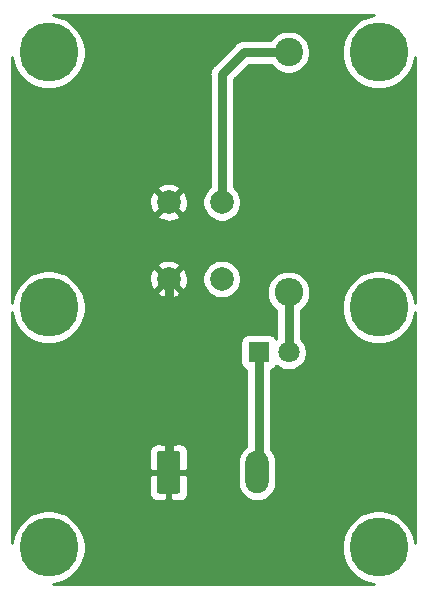
<source format=gbr>
G04 #@! TF.GenerationSoftware,KiCad,Pcbnew,5.1.1-8be2ce7~80~ubuntu18.04.1*
G04 #@! TF.CreationDate,2019-04-20T17:41:40+02:00*
G04 #@! TF.ProjectId,EH19,45483139-2e6b-4696-9361-645f70636258,rev?*
G04 #@! TF.SameCoordinates,Original*
G04 #@! TF.FileFunction,Copper,L2,Bot*
G04 #@! TF.FilePolarity,Positive*
%FSLAX46Y46*%
G04 Gerber Fmt 4.6, Leading zero omitted, Abs format (unit mm)*
G04 Created by KiCad (PCBNEW 5.1.1-8be2ce7~80~ubuntu18.04.1) date 2019-04-20 17:41:40*
%MOMM*%
%LPD*%
G04 APERTURE LIST*
%ADD10C,5.000000*%
%ADD11C,2.000000*%
%ADD12O,2.400000X2.400000*%
%ADD13C,2.400000*%
%ADD14O,2.000000X3.600000*%
%ADD15C,0.100000*%
%ADD16C,1.800000*%
%ADD17R,1.800000X1.800000*%
%ADD18C,0.800000*%
%ADD19C,0.254000*%
G04 APERTURE END LIST*
D10*
X135890000Y-90170000D03*
X163830000Y-90170000D03*
X135890000Y-68580000D03*
X163830000Y-68580000D03*
X163830000Y-110490000D03*
X135890000Y-110490000D03*
D11*
X146050000Y-81280000D03*
X150550000Y-81280000D03*
X146050000Y-87780000D03*
X150550000Y-87780000D03*
D12*
X156210000Y-88900000D03*
D13*
X156210000Y-68580000D03*
D14*
X153550000Y-104140000D03*
D15*
G36*
X146824504Y-102341204D02*
G01*
X146848773Y-102344804D01*
X146872571Y-102350765D01*
X146895671Y-102359030D01*
X146917849Y-102369520D01*
X146938893Y-102382133D01*
X146958598Y-102396747D01*
X146976777Y-102413223D01*
X146993253Y-102431402D01*
X147007867Y-102451107D01*
X147020480Y-102472151D01*
X147030970Y-102494329D01*
X147039235Y-102517429D01*
X147045196Y-102541227D01*
X147048796Y-102565496D01*
X147050000Y-102590000D01*
X147050000Y-105690000D01*
X147048796Y-105714504D01*
X147045196Y-105738773D01*
X147039235Y-105762571D01*
X147030970Y-105785671D01*
X147020480Y-105807849D01*
X147007867Y-105828893D01*
X146993253Y-105848598D01*
X146976777Y-105866777D01*
X146958598Y-105883253D01*
X146938893Y-105897867D01*
X146917849Y-105910480D01*
X146895671Y-105920970D01*
X146872571Y-105929235D01*
X146848773Y-105935196D01*
X146824504Y-105938796D01*
X146800000Y-105940000D01*
X145300000Y-105940000D01*
X145275496Y-105938796D01*
X145251227Y-105935196D01*
X145227429Y-105929235D01*
X145204329Y-105920970D01*
X145182151Y-105910480D01*
X145161107Y-105897867D01*
X145141402Y-105883253D01*
X145123223Y-105866777D01*
X145106747Y-105848598D01*
X145092133Y-105828893D01*
X145079520Y-105807849D01*
X145069030Y-105785671D01*
X145060765Y-105762571D01*
X145054804Y-105738773D01*
X145051204Y-105714504D01*
X145050000Y-105690000D01*
X145050000Y-102590000D01*
X145051204Y-102565496D01*
X145054804Y-102541227D01*
X145060765Y-102517429D01*
X145069030Y-102494329D01*
X145079520Y-102472151D01*
X145092133Y-102451107D01*
X145106747Y-102431402D01*
X145123223Y-102413223D01*
X145141402Y-102396747D01*
X145161107Y-102382133D01*
X145182151Y-102369520D01*
X145204329Y-102359030D01*
X145227429Y-102350765D01*
X145251227Y-102344804D01*
X145275496Y-102341204D01*
X145300000Y-102340000D01*
X146800000Y-102340000D01*
X146824504Y-102341204D01*
X146824504Y-102341204D01*
G37*
D11*
X146050000Y-104140000D03*
D16*
X156210000Y-93980000D03*
D17*
X153670000Y-93980000D03*
D18*
X156210000Y-88900000D02*
X156210000Y-93980000D01*
X153670000Y-104020000D02*
X153550000Y-104140000D01*
X153670000Y-93980000D02*
X153670000Y-104020000D01*
X146050000Y-87780000D02*
X146050000Y-104140000D01*
X150550000Y-81280000D02*
X150550000Y-70430000D01*
X150550000Y-70430000D02*
X152400000Y-68580000D01*
X152400000Y-68580000D02*
X156210000Y-68580000D01*
D19*
G36*
X162915554Y-65565476D02*
G01*
X162345021Y-65801799D01*
X161831554Y-66144886D01*
X161394886Y-66581554D01*
X161051799Y-67095021D01*
X160815476Y-67665554D01*
X160695000Y-68271229D01*
X160695000Y-68888771D01*
X160815476Y-69494446D01*
X161051799Y-70064979D01*
X161394886Y-70578446D01*
X161831554Y-71015114D01*
X162345021Y-71358201D01*
X162915554Y-71594524D01*
X163521229Y-71715000D01*
X164138771Y-71715000D01*
X164744446Y-71594524D01*
X165314979Y-71358201D01*
X165828446Y-71015114D01*
X166265114Y-70578446D01*
X166608201Y-70064979D01*
X166844524Y-69494446D01*
X166955000Y-68939044D01*
X166955001Y-89810956D01*
X166844524Y-89255554D01*
X166608201Y-88685021D01*
X166265114Y-88171554D01*
X165828446Y-87734886D01*
X165314979Y-87391799D01*
X164744446Y-87155476D01*
X164138771Y-87035000D01*
X163521229Y-87035000D01*
X162915554Y-87155476D01*
X162345021Y-87391799D01*
X161831554Y-87734886D01*
X161394886Y-88171554D01*
X161051799Y-88685021D01*
X160815476Y-89255554D01*
X160695000Y-89861229D01*
X160695000Y-90478771D01*
X160815476Y-91084446D01*
X161051799Y-91654979D01*
X161394886Y-92168446D01*
X161831554Y-92605114D01*
X162345021Y-92948201D01*
X162915554Y-93184524D01*
X163521229Y-93305000D01*
X164138771Y-93305000D01*
X164744446Y-93184524D01*
X165314979Y-92948201D01*
X165828446Y-92605114D01*
X166265114Y-92168446D01*
X166608201Y-91654979D01*
X166844524Y-91084446D01*
X166955001Y-90529044D01*
X166955001Y-110130960D01*
X166844524Y-109575554D01*
X166608201Y-109005021D01*
X166265114Y-108491554D01*
X165828446Y-108054886D01*
X165314979Y-107711799D01*
X164744446Y-107475476D01*
X164138771Y-107355000D01*
X163521229Y-107355000D01*
X162915554Y-107475476D01*
X162345021Y-107711799D01*
X161831554Y-108054886D01*
X161394886Y-108491554D01*
X161051799Y-109005021D01*
X160815476Y-109575554D01*
X160695000Y-110181229D01*
X160695000Y-110798771D01*
X160815476Y-111404446D01*
X161051799Y-111974979D01*
X161394886Y-112488446D01*
X161831554Y-112925114D01*
X162345021Y-113268201D01*
X162915554Y-113504524D01*
X163470956Y-113615000D01*
X136249044Y-113615000D01*
X136804446Y-113504524D01*
X137374979Y-113268201D01*
X137888446Y-112925114D01*
X138325114Y-112488446D01*
X138668201Y-111974979D01*
X138904524Y-111404446D01*
X139025000Y-110798771D01*
X139025000Y-110181229D01*
X138904524Y-109575554D01*
X138668201Y-109005021D01*
X138325114Y-108491554D01*
X137888446Y-108054886D01*
X137374979Y-107711799D01*
X136804446Y-107475476D01*
X136198771Y-107355000D01*
X135581229Y-107355000D01*
X134975554Y-107475476D01*
X134405021Y-107711799D01*
X133891554Y-108054886D01*
X133454886Y-108491554D01*
X133111799Y-109005021D01*
X132875476Y-109575554D01*
X132765000Y-110130956D01*
X132765000Y-105940000D01*
X144411928Y-105940000D01*
X144424188Y-106064482D01*
X144460498Y-106184180D01*
X144519463Y-106294494D01*
X144598815Y-106391185D01*
X144695506Y-106470537D01*
X144805820Y-106529502D01*
X144925518Y-106565812D01*
X145050000Y-106578072D01*
X145764250Y-106575000D01*
X145923000Y-106416250D01*
X145923000Y-104267000D01*
X146177000Y-104267000D01*
X146177000Y-106416250D01*
X146335750Y-106575000D01*
X147050000Y-106578072D01*
X147174482Y-106565812D01*
X147294180Y-106529502D01*
X147404494Y-106470537D01*
X147501185Y-106391185D01*
X147580537Y-106294494D01*
X147639502Y-106184180D01*
X147675812Y-106064482D01*
X147688072Y-105940000D01*
X147685000Y-104425750D01*
X147526250Y-104267000D01*
X146177000Y-104267000D01*
X145923000Y-104267000D01*
X144573750Y-104267000D01*
X144415000Y-104425750D01*
X144411928Y-105940000D01*
X132765000Y-105940000D01*
X132765000Y-102340000D01*
X144411928Y-102340000D01*
X144415000Y-103854250D01*
X144573750Y-104013000D01*
X145923000Y-104013000D01*
X145923000Y-101863750D01*
X146177000Y-101863750D01*
X146177000Y-104013000D01*
X147526250Y-104013000D01*
X147685000Y-103854250D01*
X147686206Y-103259679D01*
X151915000Y-103259679D01*
X151915000Y-105020322D01*
X151938658Y-105260516D01*
X152032149Y-105568715D01*
X152183970Y-105852752D01*
X152388287Y-106101714D01*
X152637249Y-106306031D01*
X152921286Y-106457852D01*
X153229485Y-106551343D01*
X153550000Y-106582911D01*
X153870516Y-106551343D01*
X154178715Y-106457852D01*
X154462752Y-106306031D01*
X154711714Y-106101714D01*
X154916031Y-105852752D01*
X155067852Y-105568715D01*
X155161343Y-105260516D01*
X155185000Y-105020322D01*
X155185000Y-103259678D01*
X155161343Y-103019484D01*
X155067852Y-102711285D01*
X154916031Y-102427248D01*
X154711714Y-102178286D01*
X154705000Y-102172776D01*
X154705000Y-95502621D01*
X154814180Y-95469502D01*
X154924494Y-95410537D01*
X155021185Y-95331185D01*
X155100537Y-95234494D01*
X155159502Y-95124180D01*
X155165056Y-95105873D01*
X155231495Y-95172312D01*
X155482905Y-95340299D01*
X155762257Y-95456011D01*
X156058816Y-95515000D01*
X156361184Y-95515000D01*
X156657743Y-95456011D01*
X156937095Y-95340299D01*
X157188505Y-95172312D01*
X157402312Y-94958505D01*
X157570299Y-94707095D01*
X157686011Y-94427743D01*
X157745000Y-94131184D01*
X157745000Y-93828816D01*
X157686011Y-93532257D01*
X157570299Y-93252905D01*
X157402312Y-93001495D01*
X157245000Y-92844183D01*
X157245000Y-90424433D01*
X157513819Y-90203819D01*
X157743129Y-89924404D01*
X157913521Y-89605622D01*
X158018448Y-89259723D01*
X158053878Y-88900000D01*
X158018448Y-88540277D01*
X157913521Y-88194378D01*
X157743129Y-87875596D01*
X157513819Y-87596181D01*
X157234404Y-87366871D01*
X156915622Y-87196479D01*
X156569723Y-87091552D01*
X156300139Y-87065000D01*
X156119861Y-87065000D01*
X155850277Y-87091552D01*
X155504378Y-87196479D01*
X155185596Y-87366871D01*
X154906181Y-87596181D01*
X154676871Y-87875596D01*
X154506479Y-88194378D01*
X154401552Y-88540277D01*
X154366122Y-88900000D01*
X154401552Y-89259723D01*
X154506479Y-89605622D01*
X154676871Y-89924404D01*
X154906181Y-90203819D01*
X155175000Y-90424433D01*
X155175001Y-92844182D01*
X155165056Y-92854127D01*
X155159502Y-92835820D01*
X155100537Y-92725506D01*
X155021185Y-92628815D01*
X154924494Y-92549463D01*
X154814180Y-92490498D01*
X154694482Y-92454188D01*
X154570000Y-92441928D01*
X152770000Y-92441928D01*
X152645518Y-92454188D01*
X152525820Y-92490498D01*
X152415506Y-92549463D01*
X152318815Y-92628815D01*
X152239463Y-92725506D01*
X152180498Y-92835820D01*
X152144188Y-92955518D01*
X152131928Y-93080000D01*
X152131928Y-94880000D01*
X152144188Y-95004482D01*
X152180498Y-95124180D01*
X152239463Y-95234494D01*
X152318815Y-95331185D01*
X152415506Y-95410537D01*
X152525820Y-95469502D01*
X152635000Y-95502621D01*
X152635001Y-101975813D01*
X152388286Y-102178286D01*
X152183969Y-102427249D01*
X152032148Y-102711286D01*
X151938657Y-103019485D01*
X151915000Y-103259679D01*
X147686206Y-103259679D01*
X147688072Y-102340000D01*
X147675812Y-102215518D01*
X147639502Y-102095820D01*
X147580537Y-101985506D01*
X147501185Y-101888815D01*
X147404494Y-101809463D01*
X147294180Y-101750498D01*
X147174482Y-101714188D01*
X147050000Y-101701928D01*
X146335750Y-101705000D01*
X146177000Y-101863750D01*
X145923000Y-101863750D01*
X145764250Y-101705000D01*
X145050000Y-101701928D01*
X144925518Y-101714188D01*
X144805820Y-101750498D01*
X144695506Y-101809463D01*
X144598815Y-101888815D01*
X144519463Y-101985506D01*
X144460498Y-102095820D01*
X144424188Y-102215518D01*
X144411928Y-102340000D01*
X132765000Y-102340000D01*
X132765000Y-90529044D01*
X132875476Y-91084446D01*
X133111799Y-91654979D01*
X133454886Y-92168446D01*
X133891554Y-92605114D01*
X134405021Y-92948201D01*
X134975554Y-93184524D01*
X135581229Y-93305000D01*
X136198771Y-93305000D01*
X136804446Y-93184524D01*
X137374979Y-92948201D01*
X137888446Y-92605114D01*
X138325114Y-92168446D01*
X138668201Y-91654979D01*
X138904524Y-91084446D01*
X139025000Y-90478771D01*
X139025000Y-89861229D01*
X138904524Y-89255554D01*
X138763633Y-88915413D01*
X145094192Y-88915413D01*
X145189956Y-89179814D01*
X145479571Y-89320704D01*
X145791108Y-89402384D01*
X146112595Y-89421718D01*
X146431675Y-89377961D01*
X146736088Y-89272795D01*
X146910044Y-89179814D01*
X147005808Y-88915413D01*
X146050000Y-87959605D01*
X145094192Y-88915413D01*
X138763633Y-88915413D01*
X138668201Y-88685021D01*
X138325114Y-88171554D01*
X137996155Y-87842595D01*
X144408282Y-87842595D01*
X144452039Y-88161675D01*
X144557205Y-88466088D01*
X144650186Y-88640044D01*
X144914587Y-88735808D01*
X145870395Y-87780000D01*
X146229605Y-87780000D01*
X147185413Y-88735808D01*
X147449814Y-88640044D01*
X147590704Y-88350429D01*
X147672384Y-88038892D01*
X147691718Y-87717405D01*
X147678219Y-87618967D01*
X148915000Y-87618967D01*
X148915000Y-87941033D01*
X148977832Y-88256912D01*
X149101082Y-88554463D01*
X149280013Y-88822252D01*
X149507748Y-89049987D01*
X149775537Y-89228918D01*
X150073088Y-89352168D01*
X150388967Y-89415000D01*
X150711033Y-89415000D01*
X151026912Y-89352168D01*
X151324463Y-89228918D01*
X151592252Y-89049987D01*
X151819987Y-88822252D01*
X151998918Y-88554463D01*
X152122168Y-88256912D01*
X152185000Y-87941033D01*
X152185000Y-87618967D01*
X152122168Y-87303088D01*
X151998918Y-87005537D01*
X151819987Y-86737748D01*
X151592252Y-86510013D01*
X151324463Y-86331082D01*
X151026912Y-86207832D01*
X150711033Y-86145000D01*
X150388967Y-86145000D01*
X150073088Y-86207832D01*
X149775537Y-86331082D01*
X149507748Y-86510013D01*
X149280013Y-86737748D01*
X149101082Y-87005537D01*
X148977832Y-87303088D01*
X148915000Y-87618967D01*
X147678219Y-87618967D01*
X147647961Y-87398325D01*
X147542795Y-87093912D01*
X147449814Y-86919956D01*
X147185413Y-86824192D01*
X146229605Y-87780000D01*
X145870395Y-87780000D01*
X144914587Y-86824192D01*
X144650186Y-86919956D01*
X144509296Y-87209571D01*
X144427616Y-87521108D01*
X144408282Y-87842595D01*
X137996155Y-87842595D01*
X137888446Y-87734886D01*
X137374979Y-87391799D01*
X136804446Y-87155476D01*
X136198771Y-87035000D01*
X135581229Y-87035000D01*
X134975554Y-87155476D01*
X134405021Y-87391799D01*
X133891554Y-87734886D01*
X133454886Y-88171554D01*
X133111799Y-88685021D01*
X132875476Y-89255554D01*
X132765000Y-89810956D01*
X132765000Y-86644587D01*
X145094192Y-86644587D01*
X146050000Y-87600395D01*
X147005808Y-86644587D01*
X146910044Y-86380186D01*
X146620429Y-86239296D01*
X146308892Y-86157616D01*
X145987405Y-86138282D01*
X145668325Y-86182039D01*
X145363912Y-86287205D01*
X145189956Y-86380186D01*
X145094192Y-86644587D01*
X132765000Y-86644587D01*
X132765000Y-82415413D01*
X145094192Y-82415413D01*
X145189956Y-82679814D01*
X145479571Y-82820704D01*
X145791108Y-82902384D01*
X146112595Y-82921718D01*
X146431675Y-82877961D01*
X146736088Y-82772795D01*
X146910044Y-82679814D01*
X147005808Y-82415413D01*
X146050000Y-81459605D01*
X145094192Y-82415413D01*
X132765000Y-82415413D01*
X132765000Y-81342595D01*
X144408282Y-81342595D01*
X144452039Y-81661675D01*
X144557205Y-81966088D01*
X144650186Y-82140044D01*
X144914587Y-82235808D01*
X145870395Y-81280000D01*
X146229605Y-81280000D01*
X147185413Y-82235808D01*
X147449814Y-82140044D01*
X147590704Y-81850429D01*
X147672384Y-81538892D01*
X147691718Y-81217405D01*
X147678219Y-81118967D01*
X148915000Y-81118967D01*
X148915000Y-81441033D01*
X148977832Y-81756912D01*
X149101082Y-82054463D01*
X149280013Y-82322252D01*
X149507748Y-82549987D01*
X149775537Y-82728918D01*
X150073088Y-82852168D01*
X150388967Y-82915000D01*
X150711033Y-82915000D01*
X151026912Y-82852168D01*
X151324463Y-82728918D01*
X151592252Y-82549987D01*
X151819987Y-82322252D01*
X151998918Y-82054463D01*
X152122168Y-81756912D01*
X152185000Y-81441033D01*
X152185000Y-81118967D01*
X152122168Y-80803088D01*
X151998918Y-80505537D01*
X151819987Y-80237748D01*
X151592252Y-80010013D01*
X151585000Y-80005167D01*
X151585000Y-70858710D01*
X152828711Y-69615000D01*
X154694629Y-69615000D01*
X154784662Y-69749744D01*
X155040256Y-70005338D01*
X155340801Y-70206156D01*
X155674750Y-70344482D01*
X156029268Y-70415000D01*
X156390732Y-70415000D01*
X156745250Y-70344482D01*
X157079199Y-70206156D01*
X157379744Y-70005338D01*
X157635338Y-69749744D01*
X157836156Y-69449199D01*
X157974482Y-69115250D01*
X158045000Y-68760732D01*
X158045000Y-68399268D01*
X157974482Y-68044750D01*
X157836156Y-67710801D01*
X157635338Y-67410256D01*
X157379744Y-67154662D01*
X157079199Y-66953844D01*
X156745250Y-66815518D01*
X156390732Y-66745000D01*
X156029268Y-66745000D01*
X155674750Y-66815518D01*
X155340801Y-66953844D01*
X155040256Y-67154662D01*
X154784662Y-67410256D01*
X154694629Y-67545000D01*
X152450827Y-67545000D01*
X152399999Y-67539994D01*
X152349171Y-67545000D01*
X152349162Y-67545000D01*
X152197105Y-67559976D01*
X152002007Y-67619159D01*
X151918309Y-67663896D01*
X151822202Y-67715266D01*
X151704092Y-67812197D01*
X151664604Y-67844604D01*
X151632197Y-67884092D01*
X149854092Y-69662198D01*
X149814605Y-69694604D01*
X149782198Y-69734092D01*
X149782197Y-69734093D01*
X149685266Y-69852203D01*
X149589160Y-70032007D01*
X149529977Y-70227105D01*
X149509994Y-70430000D01*
X149515001Y-70480838D01*
X149515000Y-80005167D01*
X149507748Y-80010013D01*
X149280013Y-80237748D01*
X149101082Y-80505537D01*
X148977832Y-80803088D01*
X148915000Y-81118967D01*
X147678219Y-81118967D01*
X147647961Y-80898325D01*
X147542795Y-80593912D01*
X147449814Y-80419956D01*
X147185413Y-80324192D01*
X146229605Y-81280000D01*
X145870395Y-81280000D01*
X144914587Y-80324192D01*
X144650186Y-80419956D01*
X144509296Y-80709571D01*
X144427616Y-81021108D01*
X144408282Y-81342595D01*
X132765000Y-81342595D01*
X132765000Y-80144587D01*
X145094192Y-80144587D01*
X146050000Y-81100395D01*
X147005808Y-80144587D01*
X146910044Y-79880186D01*
X146620429Y-79739296D01*
X146308892Y-79657616D01*
X145987405Y-79638282D01*
X145668325Y-79682039D01*
X145363912Y-79787205D01*
X145189956Y-79880186D01*
X145094192Y-80144587D01*
X132765000Y-80144587D01*
X132765000Y-68939044D01*
X132875476Y-69494446D01*
X133111799Y-70064979D01*
X133454886Y-70578446D01*
X133891554Y-71015114D01*
X134405021Y-71358201D01*
X134975554Y-71594524D01*
X135581229Y-71715000D01*
X136198771Y-71715000D01*
X136804446Y-71594524D01*
X137374979Y-71358201D01*
X137888446Y-71015114D01*
X138325114Y-70578446D01*
X138668201Y-70064979D01*
X138904524Y-69494446D01*
X139025000Y-68888771D01*
X139025000Y-68271229D01*
X138904524Y-67665554D01*
X138668201Y-67095021D01*
X138325114Y-66581554D01*
X137888446Y-66144886D01*
X137374979Y-65801799D01*
X136804446Y-65565476D01*
X136249044Y-65455000D01*
X163470956Y-65455000D01*
X162915554Y-65565476D01*
X162915554Y-65565476D01*
G37*
X162915554Y-65565476D02*
X162345021Y-65801799D01*
X161831554Y-66144886D01*
X161394886Y-66581554D01*
X161051799Y-67095021D01*
X160815476Y-67665554D01*
X160695000Y-68271229D01*
X160695000Y-68888771D01*
X160815476Y-69494446D01*
X161051799Y-70064979D01*
X161394886Y-70578446D01*
X161831554Y-71015114D01*
X162345021Y-71358201D01*
X162915554Y-71594524D01*
X163521229Y-71715000D01*
X164138771Y-71715000D01*
X164744446Y-71594524D01*
X165314979Y-71358201D01*
X165828446Y-71015114D01*
X166265114Y-70578446D01*
X166608201Y-70064979D01*
X166844524Y-69494446D01*
X166955000Y-68939044D01*
X166955001Y-89810956D01*
X166844524Y-89255554D01*
X166608201Y-88685021D01*
X166265114Y-88171554D01*
X165828446Y-87734886D01*
X165314979Y-87391799D01*
X164744446Y-87155476D01*
X164138771Y-87035000D01*
X163521229Y-87035000D01*
X162915554Y-87155476D01*
X162345021Y-87391799D01*
X161831554Y-87734886D01*
X161394886Y-88171554D01*
X161051799Y-88685021D01*
X160815476Y-89255554D01*
X160695000Y-89861229D01*
X160695000Y-90478771D01*
X160815476Y-91084446D01*
X161051799Y-91654979D01*
X161394886Y-92168446D01*
X161831554Y-92605114D01*
X162345021Y-92948201D01*
X162915554Y-93184524D01*
X163521229Y-93305000D01*
X164138771Y-93305000D01*
X164744446Y-93184524D01*
X165314979Y-92948201D01*
X165828446Y-92605114D01*
X166265114Y-92168446D01*
X166608201Y-91654979D01*
X166844524Y-91084446D01*
X166955001Y-90529044D01*
X166955001Y-110130960D01*
X166844524Y-109575554D01*
X166608201Y-109005021D01*
X166265114Y-108491554D01*
X165828446Y-108054886D01*
X165314979Y-107711799D01*
X164744446Y-107475476D01*
X164138771Y-107355000D01*
X163521229Y-107355000D01*
X162915554Y-107475476D01*
X162345021Y-107711799D01*
X161831554Y-108054886D01*
X161394886Y-108491554D01*
X161051799Y-109005021D01*
X160815476Y-109575554D01*
X160695000Y-110181229D01*
X160695000Y-110798771D01*
X160815476Y-111404446D01*
X161051799Y-111974979D01*
X161394886Y-112488446D01*
X161831554Y-112925114D01*
X162345021Y-113268201D01*
X162915554Y-113504524D01*
X163470956Y-113615000D01*
X136249044Y-113615000D01*
X136804446Y-113504524D01*
X137374979Y-113268201D01*
X137888446Y-112925114D01*
X138325114Y-112488446D01*
X138668201Y-111974979D01*
X138904524Y-111404446D01*
X139025000Y-110798771D01*
X139025000Y-110181229D01*
X138904524Y-109575554D01*
X138668201Y-109005021D01*
X138325114Y-108491554D01*
X137888446Y-108054886D01*
X137374979Y-107711799D01*
X136804446Y-107475476D01*
X136198771Y-107355000D01*
X135581229Y-107355000D01*
X134975554Y-107475476D01*
X134405021Y-107711799D01*
X133891554Y-108054886D01*
X133454886Y-108491554D01*
X133111799Y-109005021D01*
X132875476Y-109575554D01*
X132765000Y-110130956D01*
X132765000Y-105940000D01*
X144411928Y-105940000D01*
X144424188Y-106064482D01*
X144460498Y-106184180D01*
X144519463Y-106294494D01*
X144598815Y-106391185D01*
X144695506Y-106470537D01*
X144805820Y-106529502D01*
X144925518Y-106565812D01*
X145050000Y-106578072D01*
X145764250Y-106575000D01*
X145923000Y-106416250D01*
X145923000Y-104267000D01*
X146177000Y-104267000D01*
X146177000Y-106416250D01*
X146335750Y-106575000D01*
X147050000Y-106578072D01*
X147174482Y-106565812D01*
X147294180Y-106529502D01*
X147404494Y-106470537D01*
X147501185Y-106391185D01*
X147580537Y-106294494D01*
X147639502Y-106184180D01*
X147675812Y-106064482D01*
X147688072Y-105940000D01*
X147685000Y-104425750D01*
X147526250Y-104267000D01*
X146177000Y-104267000D01*
X145923000Y-104267000D01*
X144573750Y-104267000D01*
X144415000Y-104425750D01*
X144411928Y-105940000D01*
X132765000Y-105940000D01*
X132765000Y-102340000D01*
X144411928Y-102340000D01*
X144415000Y-103854250D01*
X144573750Y-104013000D01*
X145923000Y-104013000D01*
X145923000Y-101863750D01*
X146177000Y-101863750D01*
X146177000Y-104013000D01*
X147526250Y-104013000D01*
X147685000Y-103854250D01*
X147686206Y-103259679D01*
X151915000Y-103259679D01*
X151915000Y-105020322D01*
X151938658Y-105260516D01*
X152032149Y-105568715D01*
X152183970Y-105852752D01*
X152388287Y-106101714D01*
X152637249Y-106306031D01*
X152921286Y-106457852D01*
X153229485Y-106551343D01*
X153550000Y-106582911D01*
X153870516Y-106551343D01*
X154178715Y-106457852D01*
X154462752Y-106306031D01*
X154711714Y-106101714D01*
X154916031Y-105852752D01*
X155067852Y-105568715D01*
X155161343Y-105260516D01*
X155185000Y-105020322D01*
X155185000Y-103259678D01*
X155161343Y-103019484D01*
X155067852Y-102711285D01*
X154916031Y-102427248D01*
X154711714Y-102178286D01*
X154705000Y-102172776D01*
X154705000Y-95502621D01*
X154814180Y-95469502D01*
X154924494Y-95410537D01*
X155021185Y-95331185D01*
X155100537Y-95234494D01*
X155159502Y-95124180D01*
X155165056Y-95105873D01*
X155231495Y-95172312D01*
X155482905Y-95340299D01*
X155762257Y-95456011D01*
X156058816Y-95515000D01*
X156361184Y-95515000D01*
X156657743Y-95456011D01*
X156937095Y-95340299D01*
X157188505Y-95172312D01*
X157402312Y-94958505D01*
X157570299Y-94707095D01*
X157686011Y-94427743D01*
X157745000Y-94131184D01*
X157745000Y-93828816D01*
X157686011Y-93532257D01*
X157570299Y-93252905D01*
X157402312Y-93001495D01*
X157245000Y-92844183D01*
X157245000Y-90424433D01*
X157513819Y-90203819D01*
X157743129Y-89924404D01*
X157913521Y-89605622D01*
X158018448Y-89259723D01*
X158053878Y-88900000D01*
X158018448Y-88540277D01*
X157913521Y-88194378D01*
X157743129Y-87875596D01*
X157513819Y-87596181D01*
X157234404Y-87366871D01*
X156915622Y-87196479D01*
X156569723Y-87091552D01*
X156300139Y-87065000D01*
X156119861Y-87065000D01*
X155850277Y-87091552D01*
X155504378Y-87196479D01*
X155185596Y-87366871D01*
X154906181Y-87596181D01*
X154676871Y-87875596D01*
X154506479Y-88194378D01*
X154401552Y-88540277D01*
X154366122Y-88900000D01*
X154401552Y-89259723D01*
X154506479Y-89605622D01*
X154676871Y-89924404D01*
X154906181Y-90203819D01*
X155175000Y-90424433D01*
X155175001Y-92844182D01*
X155165056Y-92854127D01*
X155159502Y-92835820D01*
X155100537Y-92725506D01*
X155021185Y-92628815D01*
X154924494Y-92549463D01*
X154814180Y-92490498D01*
X154694482Y-92454188D01*
X154570000Y-92441928D01*
X152770000Y-92441928D01*
X152645518Y-92454188D01*
X152525820Y-92490498D01*
X152415506Y-92549463D01*
X152318815Y-92628815D01*
X152239463Y-92725506D01*
X152180498Y-92835820D01*
X152144188Y-92955518D01*
X152131928Y-93080000D01*
X152131928Y-94880000D01*
X152144188Y-95004482D01*
X152180498Y-95124180D01*
X152239463Y-95234494D01*
X152318815Y-95331185D01*
X152415506Y-95410537D01*
X152525820Y-95469502D01*
X152635000Y-95502621D01*
X152635001Y-101975813D01*
X152388286Y-102178286D01*
X152183969Y-102427249D01*
X152032148Y-102711286D01*
X151938657Y-103019485D01*
X151915000Y-103259679D01*
X147686206Y-103259679D01*
X147688072Y-102340000D01*
X147675812Y-102215518D01*
X147639502Y-102095820D01*
X147580537Y-101985506D01*
X147501185Y-101888815D01*
X147404494Y-101809463D01*
X147294180Y-101750498D01*
X147174482Y-101714188D01*
X147050000Y-101701928D01*
X146335750Y-101705000D01*
X146177000Y-101863750D01*
X145923000Y-101863750D01*
X145764250Y-101705000D01*
X145050000Y-101701928D01*
X144925518Y-101714188D01*
X144805820Y-101750498D01*
X144695506Y-101809463D01*
X144598815Y-101888815D01*
X144519463Y-101985506D01*
X144460498Y-102095820D01*
X144424188Y-102215518D01*
X144411928Y-102340000D01*
X132765000Y-102340000D01*
X132765000Y-90529044D01*
X132875476Y-91084446D01*
X133111799Y-91654979D01*
X133454886Y-92168446D01*
X133891554Y-92605114D01*
X134405021Y-92948201D01*
X134975554Y-93184524D01*
X135581229Y-93305000D01*
X136198771Y-93305000D01*
X136804446Y-93184524D01*
X137374979Y-92948201D01*
X137888446Y-92605114D01*
X138325114Y-92168446D01*
X138668201Y-91654979D01*
X138904524Y-91084446D01*
X139025000Y-90478771D01*
X139025000Y-89861229D01*
X138904524Y-89255554D01*
X138763633Y-88915413D01*
X145094192Y-88915413D01*
X145189956Y-89179814D01*
X145479571Y-89320704D01*
X145791108Y-89402384D01*
X146112595Y-89421718D01*
X146431675Y-89377961D01*
X146736088Y-89272795D01*
X146910044Y-89179814D01*
X147005808Y-88915413D01*
X146050000Y-87959605D01*
X145094192Y-88915413D01*
X138763633Y-88915413D01*
X138668201Y-88685021D01*
X138325114Y-88171554D01*
X137996155Y-87842595D01*
X144408282Y-87842595D01*
X144452039Y-88161675D01*
X144557205Y-88466088D01*
X144650186Y-88640044D01*
X144914587Y-88735808D01*
X145870395Y-87780000D01*
X146229605Y-87780000D01*
X147185413Y-88735808D01*
X147449814Y-88640044D01*
X147590704Y-88350429D01*
X147672384Y-88038892D01*
X147691718Y-87717405D01*
X147678219Y-87618967D01*
X148915000Y-87618967D01*
X148915000Y-87941033D01*
X148977832Y-88256912D01*
X149101082Y-88554463D01*
X149280013Y-88822252D01*
X149507748Y-89049987D01*
X149775537Y-89228918D01*
X150073088Y-89352168D01*
X150388967Y-89415000D01*
X150711033Y-89415000D01*
X151026912Y-89352168D01*
X151324463Y-89228918D01*
X151592252Y-89049987D01*
X151819987Y-88822252D01*
X151998918Y-88554463D01*
X152122168Y-88256912D01*
X152185000Y-87941033D01*
X152185000Y-87618967D01*
X152122168Y-87303088D01*
X151998918Y-87005537D01*
X151819987Y-86737748D01*
X151592252Y-86510013D01*
X151324463Y-86331082D01*
X151026912Y-86207832D01*
X150711033Y-86145000D01*
X150388967Y-86145000D01*
X150073088Y-86207832D01*
X149775537Y-86331082D01*
X149507748Y-86510013D01*
X149280013Y-86737748D01*
X149101082Y-87005537D01*
X148977832Y-87303088D01*
X148915000Y-87618967D01*
X147678219Y-87618967D01*
X147647961Y-87398325D01*
X147542795Y-87093912D01*
X147449814Y-86919956D01*
X147185413Y-86824192D01*
X146229605Y-87780000D01*
X145870395Y-87780000D01*
X144914587Y-86824192D01*
X144650186Y-86919956D01*
X144509296Y-87209571D01*
X144427616Y-87521108D01*
X144408282Y-87842595D01*
X137996155Y-87842595D01*
X137888446Y-87734886D01*
X137374979Y-87391799D01*
X136804446Y-87155476D01*
X136198771Y-87035000D01*
X135581229Y-87035000D01*
X134975554Y-87155476D01*
X134405021Y-87391799D01*
X133891554Y-87734886D01*
X133454886Y-88171554D01*
X133111799Y-88685021D01*
X132875476Y-89255554D01*
X132765000Y-89810956D01*
X132765000Y-86644587D01*
X145094192Y-86644587D01*
X146050000Y-87600395D01*
X147005808Y-86644587D01*
X146910044Y-86380186D01*
X146620429Y-86239296D01*
X146308892Y-86157616D01*
X145987405Y-86138282D01*
X145668325Y-86182039D01*
X145363912Y-86287205D01*
X145189956Y-86380186D01*
X145094192Y-86644587D01*
X132765000Y-86644587D01*
X132765000Y-82415413D01*
X145094192Y-82415413D01*
X145189956Y-82679814D01*
X145479571Y-82820704D01*
X145791108Y-82902384D01*
X146112595Y-82921718D01*
X146431675Y-82877961D01*
X146736088Y-82772795D01*
X146910044Y-82679814D01*
X147005808Y-82415413D01*
X146050000Y-81459605D01*
X145094192Y-82415413D01*
X132765000Y-82415413D01*
X132765000Y-81342595D01*
X144408282Y-81342595D01*
X144452039Y-81661675D01*
X144557205Y-81966088D01*
X144650186Y-82140044D01*
X144914587Y-82235808D01*
X145870395Y-81280000D01*
X146229605Y-81280000D01*
X147185413Y-82235808D01*
X147449814Y-82140044D01*
X147590704Y-81850429D01*
X147672384Y-81538892D01*
X147691718Y-81217405D01*
X147678219Y-81118967D01*
X148915000Y-81118967D01*
X148915000Y-81441033D01*
X148977832Y-81756912D01*
X149101082Y-82054463D01*
X149280013Y-82322252D01*
X149507748Y-82549987D01*
X149775537Y-82728918D01*
X150073088Y-82852168D01*
X150388967Y-82915000D01*
X150711033Y-82915000D01*
X151026912Y-82852168D01*
X151324463Y-82728918D01*
X151592252Y-82549987D01*
X151819987Y-82322252D01*
X151998918Y-82054463D01*
X152122168Y-81756912D01*
X152185000Y-81441033D01*
X152185000Y-81118967D01*
X152122168Y-80803088D01*
X151998918Y-80505537D01*
X151819987Y-80237748D01*
X151592252Y-80010013D01*
X151585000Y-80005167D01*
X151585000Y-70858710D01*
X152828711Y-69615000D01*
X154694629Y-69615000D01*
X154784662Y-69749744D01*
X155040256Y-70005338D01*
X155340801Y-70206156D01*
X155674750Y-70344482D01*
X156029268Y-70415000D01*
X156390732Y-70415000D01*
X156745250Y-70344482D01*
X157079199Y-70206156D01*
X157379744Y-70005338D01*
X157635338Y-69749744D01*
X157836156Y-69449199D01*
X157974482Y-69115250D01*
X158045000Y-68760732D01*
X158045000Y-68399268D01*
X157974482Y-68044750D01*
X157836156Y-67710801D01*
X157635338Y-67410256D01*
X157379744Y-67154662D01*
X157079199Y-66953844D01*
X156745250Y-66815518D01*
X156390732Y-66745000D01*
X156029268Y-66745000D01*
X155674750Y-66815518D01*
X155340801Y-66953844D01*
X155040256Y-67154662D01*
X154784662Y-67410256D01*
X154694629Y-67545000D01*
X152450827Y-67545000D01*
X152399999Y-67539994D01*
X152349171Y-67545000D01*
X152349162Y-67545000D01*
X152197105Y-67559976D01*
X152002007Y-67619159D01*
X151918309Y-67663896D01*
X151822202Y-67715266D01*
X151704092Y-67812197D01*
X151664604Y-67844604D01*
X151632197Y-67884092D01*
X149854092Y-69662198D01*
X149814605Y-69694604D01*
X149782198Y-69734092D01*
X149782197Y-69734093D01*
X149685266Y-69852203D01*
X149589160Y-70032007D01*
X149529977Y-70227105D01*
X149509994Y-70430000D01*
X149515001Y-70480838D01*
X149515000Y-80005167D01*
X149507748Y-80010013D01*
X149280013Y-80237748D01*
X149101082Y-80505537D01*
X148977832Y-80803088D01*
X148915000Y-81118967D01*
X147678219Y-81118967D01*
X147647961Y-80898325D01*
X147542795Y-80593912D01*
X147449814Y-80419956D01*
X147185413Y-80324192D01*
X146229605Y-81280000D01*
X145870395Y-81280000D01*
X144914587Y-80324192D01*
X144650186Y-80419956D01*
X144509296Y-80709571D01*
X144427616Y-81021108D01*
X144408282Y-81342595D01*
X132765000Y-81342595D01*
X132765000Y-80144587D01*
X145094192Y-80144587D01*
X146050000Y-81100395D01*
X147005808Y-80144587D01*
X146910044Y-79880186D01*
X146620429Y-79739296D01*
X146308892Y-79657616D01*
X145987405Y-79638282D01*
X145668325Y-79682039D01*
X145363912Y-79787205D01*
X145189956Y-79880186D01*
X145094192Y-80144587D01*
X132765000Y-80144587D01*
X132765000Y-68939044D01*
X132875476Y-69494446D01*
X133111799Y-70064979D01*
X133454886Y-70578446D01*
X133891554Y-71015114D01*
X134405021Y-71358201D01*
X134975554Y-71594524D01*
X135581229Y-71715000D01*
X136198771Y-71715000D01*
X136804446Y-71594524D01*
X137374979Y-71358201D01*
X137888446Y-71015114D01*
X138325114Y-70578446D01*
X138668201Y-70064979D01*
X138904524Y-69494446D01*
X139025000Y-68888771D01*
X139025000Y-68271229D01*
X138904524Y-67665554D01*
X138668201Y-67095021D01*
X138325114Y-66581554D01*
X137888446Y-66144886D01*
X137374979Y-65801799D01*
X136804446Y-65565476D01*
X136249044Y-65455000D01*
X163470956Y-65455000D01*
X162915554Y-65565476D01*
M02*

</source>
